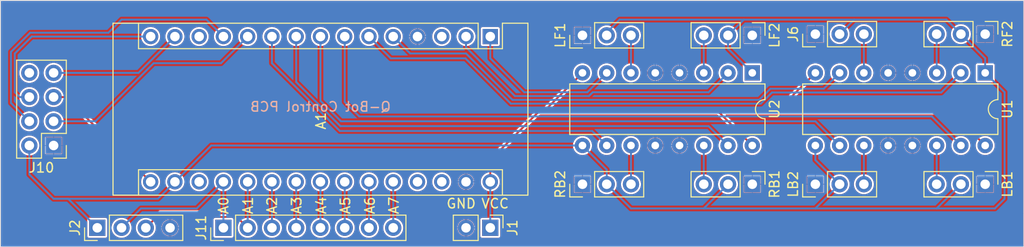
<source format=kicad_pcb>
(kicad_pcb (version 20171130) (host pcbnew "(5.1.6)-1")
  (layers (0 F.Cu signal) (31 B.Cu signal) (34 B.Paste user) (35 F.Paste user) (36 B.SilkS user) (37 F.SilkS user) (38 B.Mask user) (39 F.Mask user) (44 Edge.Cuts user))
  (net 0 "")
  (net 1 /M2)
  (net 2 /VIN)
  (net 3 /M1)
  (net 4 "Net-(A1-Pad18)")
  (net 5 "Net-(A1-Pad3)")
  (net 6 /GND)
  (net 7 /M3)
  (net 8 /M4)
  (net 9 /M5)
  (net 10 /M6)
  (net 11 /M7)
  (net 12 /M8)
  (net 13 /CE)
  (net 14 "Net-(A1-Pad27)")
  (net 15 /CSN)
  (net 16 "Net-(A1-Pad28)")
  (net 17 "Net-(A1-Pad13)")
  (net 18 /MISO)
  (net 19 /VCC)
  (net 20 /MOSI)
  (net 21 /SCK)
  (net 22 /IRQ)
  (net 23 /CM2)
  (net 24 /CM1)
  (net 25 /A0)
  (net 26 /A1)
  (net 27 /CM3)
  (net 28 /A2)
  (net 29 /CM4)
  (net 30 /A3)
  (net 31 /CM5)
  (net 32 /A4)
  (net 33 /CM6)
  (net 34 /A5)
  (net 35 /CM7)
  (net 36 /A6)
  (net 37 /CM8)
  (net 38 /A7)
  (module Module:Arduino_Nano (layer F.Cu) (at 78.8162 26.13152 270)
    (fp_text reference A1 (at 8.8392 17.73174 270) (layer F.SilkS))
    (fp_text value Arduino_Nano_v3.x)
    (fp_line (start 1.27 1.27) (end 1.27 -1.27) (layer F.SilkS) (width 0.12))
    (fp_line (start 1.27 -1.27) (end -1.4 -1.27) (layer F.SilkS) (width 0.12))
    (fp_line (start -1.4 1.27) (end -1.4 39.5) (layer F.SilkS) (width 0.12))
    (fp_line (start -1.4 -3.94) (end -1.4 -1.27) (layer F.SilkS) (width 0.12))
    (fp_line (start 13.97 -1.27) (end 16.64 -1.27) (layer F.SilkS) (width 0.12))
    (fp_line (start 13.97 -1.27) (end 13.97 36.83) (layer F.SilkS) (width 0.12))
    (fp_line (start 13.97 36.83) (end 16.64 36.83) (layer F.SilkS) (width 0.12))
    (fp_line (start 1.27 1.27) (end -1.4 1.27) (layer F.SilkS) (width 0.12))
    (fp_line (start 1.27 1.27) (end 1.27 36.83) (layer F.SilkS) (width 0.12))
    (fp_line (start 1.27 36.83) (end -1.4 36.83) (layer F.SilkS) (width 0.12))
    (fp_line (start -1.4 39.5) (end 16.64 39.5) (layer F.SilkS) (width 0.12))
    (fp_line (start 16.64 39.5) (end 16.64 -3.94) (layer F.SilkS) (width 0.12))
    (fp_line (start 16.64 -3.94) (end -1.4 -3.94) (layer F.SilkS) (width 0.12))
    (pad 16 thru_hole oval (at 15.24 35.56 270) (size 1.6 1.6) (drill 1) (layers *.Cu *.Mask) (net 21 /SCK))
    (pad 15 thru_hole oval (at 0 35.56 270) (size 1.6 1.6) (drill 1) (layers *.Cu *.Mask) (net 20 /MOSI))
    (pad 30 thru_hole oval (at 15.24 0 270) (size 1.6 1.6) (drill 1) (layers *.Cu *.Mask) (net 19 /VCC))
    (pad 14 thru_hole oval (at 0 33.02 270) (size 1.6 1.6) (drill 1) (layers *.Cu *.Mask) (net 18 /MISO))
    (pad 29 thru_hole oval (at 15.24 2.54 270) (size 1.6 1.6) (drill 1) (layers *.Cu *.Mask) (net 6 /GND))
    (pad 13 thru_hole oval (at 0 30.48 270) (size 1.6 1.6) (drill 1) (layers *.Cu *.Mask) (net 17 "Net-(A1-Pad13)"))
    (pad 28 thru_hole oval (at 15.24 5.08 270) (size 1.6 1.6) (drill 1) (layers *.Cu *.Mask) (net 16 "Net-(A1-Pad28)"))
    (pad 12 thru_hole oval (at 0 27.94 270) (size 1.6 1.6) (drill 1) (layers *.Cu *.Mask) (net 15 /CSN))
    (pad 27 thru_hole oval (at 15.24 7.62 270) (size 1.6 1.6) (drill 1) (layers *.Cu *.Mask) (net 14 "Net-(A1-Pad27)"))
    (pad 11 thru_hole oval (at 0 25.4 270) (size 1.6 1.6) (drill 1) (layers *.Cu *.Mask) (net 13 /CE))
    (pad 26 thru_hole oval (at 15.24 10.16 270) (size 1.6 1.6) (drill 1) (layers *.Cu *.Mask) (net 38 /A7))
    (pad 10 thru_hole oval (at 0 22.86 270) (size 1.6 1.6) (drill 1) (layers *.Cu *.Mask) (net 37 /CM8))
    (pad 25 thru_hole oval (at 15.24 12.7 270) (size 1.6 1.6) (drill 1) (layers *.Cu *.Mask) (net 36 /A6))
    (pad 9 thru_hole oval (at 0 20.32 270) (size 1.6 1.6) (drill 1) (layers *.Cu *.Mask) (net 35 /CM7))
    (pad 24 thru_hole oval (at 15.24 15.24 270) (size 1.6 1.6) (drill 1) (layers *.Cu *.Mask) (net 34 /A5))
    (pad 8 thru_hole oval (at 0 17.78 270) (size 1.6 1.6) (drill 1) (layers *.Cu *.Mask) (net 33 /CM6))
    (pad 23 thru_hole oval (at 15.24 17.78 270) (size 1.6 1.6) (drill 1) (layers *.Cu *.Mask) (net 32 /A4))
    (pad 7 thru_hole oval (at 0 15.24 270) (size 1.6 1.6) (drill 1) (layers *.Cu *.Mask) (net 31 /CM5))
    (pad 22 thru_hole oval (at 15.24 20.32 270) (size 1.6 1.6) (drill 1) (layers *.Cu *.Mask) (net 30 /A3))
    (pad 6 thru_hole oval (at 0 12.7 270) (size 1.6 1.6) (drill 1) (layers *.Cu *.Mask) (net 29 /CM4))
    (pad 21 thru_hole oval (at 15.24 22.86 270) (size 1.6 1.6) (drill 1) (layers *.Cu *.Mask) (net 28 /A2))
    (pad 5 thru_hole oval (at 0 10.16 270) (size 1.6 1.6) (drill 1) (layers *.Cu *.Mask) (net 27 /CM3))
    (pad 20 thru_hole oval (at 15.24 25.4 270) (size 1.6 1.6) (drill 1) (layers *.Cu *.Mask) (net 26 /A1))
    (pad 4 thru_hole oval (at 0 7.62 270) (size 1.6 1.6) (drill 1) (layers *.Cu *.Mask) (net 6 /GND))
    (pad 19 thru_hole oval (at 15.24 27.94 270) (size 1.6 1.6) (drill 1) (layers *.Cu *.Mask) (net 25 /A0))
    (pad 3 thru_hole oval (at 0 5.08 270) (size 1.6 1.6) (drill 1) (layers *.Cu *.Mask) (net 5 "Net-(A1-Pad3)"))
    (pad 18 thru_hole oval (at 15.24 30.48 270) (size 1.6 1.6) (drill 1) (layers *.Cu *.Mask) (net 4 "Net-(A1-Pad18)"))
    (pad 2 thru_hole oval (at 0 2.54 270) (size 1.6 1.6) (drill 1) (layers *.Cu *.Mask) (net 23 /CM2))
    (pad 17 thru_hole oval (at 15.24 33.02 270) (size 1.6 1.6) (drill 1) (layers *.Cu *.Mask) (net 2 /VIN))
    (pad 1 thru_hole rect (at 0 0 270) (size 1.6 1.6) (drill 1) (layers *.Cu *.Mask) (net 24 /CM1))
  )
  (module Connector_PinHeader_2.54mm:PinHeader_1x02_P2.54mm_Vertical (layer F.Cu) (at 78.8162 46.19752 270)
    (fp_text reference J1 (at 0 -2.33 90) (layer F.SilkS))
    (fp_text value Conn_01x02_Female)
    (fp_line (start -1.33 3.87) (end 1.33 3.87) (layer F.SilkS) (width 0.12))
    (fp_line (start -1.33 1.27) (end -1.33 3.87) (layer F.SilkS) (width 0.12))
    (fp_line (start 1.33 1.27) (end 1.33 3.87) (layer F.SilkS) (width 0.12))
    (fp_line (start -1.33 1.27) (end 1.33 1.27) (layer F.SilkS) (width 0.12))
    (fp_line (start -1.33 0) (end -1.33 -1.33) (layer F.SilkS) (width 0.12))
    (fp_line (start -1.33 -1.33) (end 0 -1.33) (layer F.SilkS) (width 0.12))
    (pad 2 thru_hole oval (at 0 2.54 270) (size 1.7 1.7) (drill 1) (layers *.Cu *.Mask) (net 6 /GND))
    (pad 1 thru_hole rect (at 0 0 270) (size 1.7 1.7) (drill 1) (layers *.Cu *.Mask) (net 19 /VCC))
  )
  (module Connector_PinHeader_2.54mm:PinHeader_1x03_P2.54mm_Vertical (layer F.Cu) (at 88.4682 26.00452 90)
    (fp_text reference LF1 (at 0 -2.33 90) (layer F.SilkS))
    (fp_text value L_F_M1)
    (fp_line (start -1.33 6.41) (end 1.33 6.41) (layer F.SilkS) (width 0.12))
    (fp_line (start -1.33 1.27) (end -1.33 6.41) (layer F.SilkS) (width 0.12))
    (fp_line (start 1.33 1.27) (end 1.33 6.41) (layer F.SilkS) (width 0.12))
    (fp_line (start -1.33 1.27) (end 1.33 1.27) (layer F.SilkS) (width 0.12))
    (fp_line (start -1.33 0) (end -1.33 -1.33) (layer F.SilkS) (width 0.12))
    (fp_line (start -1.33 -1.33) (end 0 -1.33) (layer F.SilkS) (width 0.12))
    (pad 3 thru_hole oval (at 0 5.08 90) (size 1.7 1.7) (drill 1) (layers *.Cu *.Mask) (net 3 /M1))
    (pad 2 thru_hole oval (at 0 2.54 90) (size 1.7 1.7) (drill 1) (layers *.Cu *.Mask) (net 2 /VIN))
    (pad 1 thru_hole rect (at 0 0 90) (size 1.7 1.7) (drill 1) (layers *.Cu *.Mask) (net 6 /GND))
  )
  (module Connector_PinHeader_2.54mm:PinHeader_1x03_P2.54mm_Vertical (layer F.Cu) (at 106.2482 26.00452 270)
    (fp_text reference LF2 (at 0 -2.33 90) (layer F.SilkS))
    (fp_text value L_F_M2)
    (fp_line (start -1.33 6.41) (end 1.33 6.41) (layer F.SilkS) (width 0.12))
    (fp_line (start -1.33 1.27) (end -1.33 6.41) (layer F.SilkS) (width 0.12))
    (fp_line (start 1.33 1.27) (end 1.33 6.41) (layer F.SilkS) (width 0.12))
    (fp_line (start -1.33 1.27) (end 1.33 1.27) (layer F.SilkS) (width 0.12))
    (fp_line (start -1.33 0) (end -1.33 -1.33) (layer F.SilkS) (width 0.12))
    (fp_line (start -1.33 -1.33) (end 0 -1.33) (layer F.SilkS) (width 0.12))
    (pad 3 thru_hole oval (at 0 5.08 270) (size 1.7 1.7) (drill 1) (layers *.Cu *.Mask) (net 1 /M2))
    (pad 2 thru_hole oval (at 0 2.54 270) (size 1.7 1.7) (drill 1) (layers *.Cu *.Mask) (net 2 /VIN))
    (pad 1 thru_hole rect (at 0 0 270) (size 1.7 1.7) (drill 1) (layers *.Cu *.Mask) (net 6 /GND))
  )
  (module Connector_PinHeader_2.54mm:PinHeader_1x03_P2.54mm_Vertical (layer F.Cu) (at 130.6322 41.62552 270)
    (fp_text reference LB1 (at 0 -2.33 90) (layer F.SilkS))
    (fp_text value L_B_M1)
    (fp_line (start -1.33 6.41) (end 1.33 6.41) (layer F.SilkS) (width 0.12))
    (fp_line (start -1.33 1.27) (end -1.33 6.41) (layer F.SilkS) (width 0.12))
    (fp_line (start 1.33 1.27) (end 1.33 6.41) (layer F.SilkS) (width 0.12))
    (fp_line (start -1.33 1.27) (end 1.33 1.27) (layer F.SilkS) (width 0.12))
    (fp_line (start -1.33 0) (end -1.33 -1.33) (layer F.SilkS) (width 0.12))
    (fp_line (start -1.33 -1.33) (end 0 -1.33) (layer F.SilkS) (width 0.12))
    (pad 3 thru_hole oval (at 0 5.08 270) (size 1.7 1.7) (drill 1) (layers *.Cu *.Mask) (net 9 /M5))
    (pad 2 thru_hole oval (at 0 2.54 270) (size 1.7 1.7) (drill 1) (layers *.Cu *.Mask) (net 2 /VIN))
    (pad 1 thru_hole rect (at 0 0 270) (size 1.7 1.7) (drill 1) (layers *.Cu *.Mask) (net 6 /GND))
  )
  (module Connector_PinHeader_2.54mm:PinHeader_1x03_P2.54mm_Vertical (layer F.Cu) (at 112.8522 41.62552 90)
    (fp_text reference LB2 (at 0 -2.33 90) (layer F.SilkS))
    (fp_text value L_B_M2)
    (fp_line (start -1.33 6.41) (end 1.33 6.41) (layer F.SilkS) (width 0.12))
    (fp_line (start -1.33 1.27) (end -1.33 6.41) (layer F.SilkS) (width 0.12))
    (fp_line (start 1.33 1.27) (end 1.33 6.41) (layer F.SilkS) (width 0.12))
    (fp_line (start -1.33 1.27) (end 1.33 1.27) (layer F.SilkS) (width 0.12))
    (fp_line (start -1.33 0) (end -1.33 -1.33) (layer F.SilkS) (width 0.12))
    (fp_line (start -1.33 -1.33) (end 0 -1.33) (layer F.SilkS) (width 0.12))
    (pad 3 thru_hole oval (at 0 5.08 90) (size 1.7 1.7) (drill 1) (layers *.Cu *.Mask) (net 10 /M6))
    (pad 2 thru_hole oval (at 0 2.54 90) (size 1.7 1.7) (drill 1) (layers *.Cu *.Mask) (net 2 /VIN))
    (pad 1 thru_hole rect (at 0 0 90) (size 1.7 1.7) (drill 1) (layers *.Cu *.Mask) (net 6 /GND))
  )
  (module Connector_PinHeader_2.54mm:PinHeader_1x03_P2.54mm_Vertical (layer F.Cu) (at 112.8522 25.87752 90)
    (fp_text reference J6 (at 0 -2.33 90) (layer F.SilkS))
    (fp_text value RF1)
    (fp_line (start -1.33 6.41) (end 1.33 6.41) (layer F.SilkS) (width 0.12))
    (fp_line (start -1.33 1.27) (end -1.33 6.41) (layer F.SilkS) (width 0.12))
    (fp_line (start 1.33 1.27) (end 1.33 6.41) (layer F.SilkS) (width 0.12))
    (fp_line (start -1.33 1.27) (end 1.33 1.27) (layer F.SilkS) (width 0.12))
    (fp_line (start -1.33 0) (end -1.33 -1.33) (layer F.SilkS) (width 0.12))
    (fp_line (start -1.33 -1.33) (end 0 -1.33) (layer F.SilkS) (width 0.12))
    (pad 3 thru_hole oval (at 0 5.08 90) (size 1.7 1.7) (drill 1) (layers *.Cu *.Mask) (net 7 /M3))
    (pad 2 thru_hole oval (at 0 2.54 90) (size 1.7 1.7) (drill 1) (layers *.Cu *.Mask) (net 2 /VIN))
    (pad 1 thru_hole rect (at 0 0 90) (size 1.7 1.7) (drill 1) (layers *.Cu *.Mask) (net 6 /GND))
  )
  (module Connector_PinHeader_2.54mm:PinHeader_1x03_P2.54mm_Vertical (layer F.Cu) (at 130.6322 25.87752 270)
    (fp_text reference RF2 (at 0 -2.33 90) (layer F.SilkS))
    (fp_text value R_F_M2)
    (fp_line (start -1.33 6.41) (end 1.33 6.41) (layer F.SilkS) (width 0.12))
    (fp_line (start -1.33 1.27) (end -1.33 6.41) (layer F.SilkS) (width 0.12))
    (fp_line (start 1.33 1.27) (end 1.33 6.41) (layer F.SilkS) (width 0.12))
    (fp_line (start -1.33 1.27) (end 1.33 1.27) (layer F.SilkS) (width 0.12))
    (fp_line (start -1.33 0) (end -1.33 -1.33) (layer F.SilkS) (width 0.12))
    (fp_line (start -1.33 -1.33) (end 0 -1.33) (layer F.SilkS) (width 0.12))
    (pad 3 thru_hole oval (at 0 5.08 270) (size 1.7 1.7) (drill 1) (layers *.Cu *.Mask) (net 8 /M4))
    (pad 2 thru_hole oval (at 0 2.54 270) (size 1.7 1.7) (drill 1) (layers *.Cu *.Mask) (net 2 /VIN))
    (pad 1 thru_hole rect (at 0 0 270) (size 1.7 1.7) (drill 1) (layers *.Cu *.Mask) (net 6 /GND))
  )
  (module Connector_PinHeader_2.54mm:PinHeader_1x03_P2.54mm_Vertical (layer F.Cu) (at 106.2482 41.62552 270)
    (fp_text reference RB1 (at 0 -2.33 270) (layer F.SilkS))
    (fp_text value R_B_M1)
    (fp_line (start -1.33 6.41) (end 1.33 6.41) (layer F.SilkS) (width 0.12))
    (fp_line (start -1.33 1.27) (end -1.33 6.41) (layer F.SilkS) (width 0.12))
    (fp_line (start 1.33 1.27) (end 1.33 6.41) (layer F.SilkS) (width 0.12))
    (fp_line (start -1.33 1.27) (end 1.33 1.27) (layer F.SilkS) (width 0.12))
    (fp_line (start -1.33 0) (end -1.33 -1.33) (layer F.SilkS) (width 0.12))
    (fp_line (start -1.33 -1.33) (end 0 -1.33) (layer F.SilkS) (width 0.12))
    (pad 3 thru_hole oval (at 0 5.08 270) (size 1.7 1.7) (drill 1) (layers *.Cu *.Mask) (net 11 /M7))
    (pad 2 thru_hole oval (at 0 2.54 270) (size 1.7 1.7) (drill 1) (layers *.Cu *.Mask) (net 2 /VIN))
    (pad 1 thru_hole rect (at 0 0 270) (size 1.7 1.7) (drill 1) (layers *.Cu *.Mask) (net 6 /GND))
  )
  (module Connector_PinHeader_2.54mm:PinHeader_1x03_P2.54mm_Vertical (layer F.Cu) (at 88.4682 41.62552 90)
    (fp_text reference RB2 (at 0 -2.33 90) (layer F.SilkS))
    (fp_text value R_B_M2)
    (fp_line (start -1.33 6.41) (end 1.33 6.41) (layer F.SilkS) (width 0.12))
    (fp_line (start -1.33 1.27) (end -1.33 6.41) (layer F.SilkS) (width 0.12))
    (fp_line (start 1.33 1.27) (end 1.33 6.41) (layer F.SilkS) (width 0.12))
    (fp_line (start -1.33 1.27) (end 1.33 1.27) (layer F.SilkS) (width 0.12))
    (fp_line (start -1.33 0) (end -1.33 -1.33) (layer F.SilkS) (width 0.12))
    (fp_line (start -1.33 -1.33) (end 0 -1.33) (layer F.SilkS) (width 0.12))
    (pad 3 thru_hole oval (at 0 5.08 90) (size 1.7 1.7) (drill 1) (layers *.Cu *.Mask) (net 12 /M8))
    (pad 2 thru_hole oval (at 0 2.54 90) (size 1.7 1.7) (drill 1) (layers *.Cu *.Mask) (net 2 /VIN))
    (pad 1 thru_hole rect (at 0 0 90) (size 1.7 1.7) (drill 1) (layers *.Cu *.Mask) (net 6 /GND))
  )
  (module Connector_PinHeader_2.54mm:PinHeader_1x08_P2.54mm_Vertical (layer F.Cu) (at 50.8762 46.19752 90)
    (fp_text reference J11 (at 0 -2.33 90) (layer F.SilkS))
    (fp_text value Conn_01x08_Female)
    (fp_line (start -1.33 19.11) (end 1.33 19.11) (layer F.SilkS) (width 0.12))
    (fp_line (start -1.33 1.27) (end -1.33 19.11) (layer F.SilkS) (width 0.12))
    (fp_line (start 1.33 1.27) (end 1.33 19.11) (layer F.SilkS) (width 0.12))
    (fp_line (start -1.33 1.27) (end 1.33 1.27) (layer F.SilkS) (width 0.12))
    (fp_line (start -1.33 0) (end -1.33 -1.33) (layer F.SilkS) (width 0.12))
    (fp_line (start -1.33 -1.33) (end 0 -1.33) (layer F.SilkS) (width 0.12))
    (pad 8 thru_hole oval (at 0 17.78 90) (size 1.7 1.7) (drill 1) (layers *.Cu *.Mask) (net 38 /A7))
    (pad 7 thru_hole oval (at 0 15.24 90) (size 1.7 1.7) (drill 1) (layers *.Cu *.Mask) (net 36 /A6))
    (pad 6 thru_hole oval (at 0 12.7 90) (size 1.7 1.7) (drill 1) (layers *.Cu *.Mask) (net 34 /A5))
    (pad 5 thru_hole oval (at 0 10.16 90) (size 1.7 1.7) (drill 1) (layers *.Cu *.Mask) (net 32 /A4))
    (pad 4 thru_hole oval (at 0 7.62 90) (size 1.7 1.7) (drill 1) (layers *.Cu *.Mask) (net 30 /A3))
    (pad 3 thru_hole oval (at 0 5.08 90) (size 1.7 1.7) (drill 1) (layers *.Cu *.Mask) (net 28 /A2))
    (pad 2 thru_hole oval (at 0 2.54 90) (size 1.7 1.7) (drill 1) (layers *.Cu *.Mask) (net 26 /A1))
    (pad 1 thru_hole rect (at 0 0 90) (size 1.7 1.7) (drill 1) (layers *.Cu *.Mask) (net 25 /A0))
  )
  (module Package_DIP:DIP-16_W7.62mm (layer F.Cu) (at 130.6322 29.94152 270)
    (fp_text reference U1 (at 3.81 -2.33 90) (layer F.SilkS))
    (fp_text value L293D)
    (fp_line (start 2.81 -1.33) (end 1.16 -1.33) (layer F.SilkS) (width 0.12))
    (fp_line (start 1.16 -1.33) (end 1.16 19.11) (layer F.SilkS) (width 0.12))
    (fp_line (start 1.16 19.11) (end 6.46 19.11) (layer F.SilkS) (width 0.12))
    (fp_line (start 6.46 19.11) (end 6.46 -1.33) (layer F.SilkS) (width 0.12))
    (fp_line (start 6.46 -1.33) (end 4.81 -1.33) (layer F.SilkS) (width 0.12))
    (fp_arc (start 3.81 -1.33) (end 2.81 -1.33) (angle -180) (layer F.SilkS) (width 0.12))
    (pad 16 thru_hole oval (at 7.62 0 270) (size 1.6 1.6) (drill 0.8) (layers *.Cu *.Mask) (net 19 /VCC))
    (pad 8 thru_hole oval (at 0 17.78 270) (size 1.6 1.6) (drill 0.8) (layers *.Cu *.Mask) (net 19 /VCC))
    (pad 15 thru_hole oval (at 7.62 2.54 270) (size 1.6 1.6) (drill 0.8) (layers *.Cu *.Mask) (net 31 /CM5))
    (pad 7 thru_hole oval (at 0 15.24 270) (size 1.6 1.6) (drill 0.8) (layers *.Cu *.Mask) (net 27 /CM3))
    (pad 14 thru_hole oval (at 7.62 5.08 270) (size 1.6 1.6) (drill 0.8) (layers *.Cu *.Mask) (net 9 /M5))
    (pad 6 thru_hole oval (at 0 12.7 270) (size 1.6 1.6) (drill 0.8) (layers *.Cu *.Mask) (net 7 /M3))
    (pad 13 thru_hole oval (at 7.62 7.62 270) (size 1.6 1.6) (drill 0.8) (layers *.Cu *.Mask) (net 6 /GND))
    (pad 5 thru_hole oval (at 0 10.16 270) (size 1.6 1.6) (drill 0.8) (layers *.Cu *.Mask) (net 6 /GND))
    (pad 12 thru_hole oval (at 7.62 10.16 270) (size 1.6 1.6) (drill 0.8) (layers *.Cu *.Mask) (net 6 /GND))
    (pad 4 thru_hole oval (at 0 7.62 270) (size 1.6 1.6) (drill 0.8) (layers *.Cu *.Mask) (net 6 /GND))
    (pad 11 thru_hole oval (at 7.62 12.7 270) (size 1.6 1.6) (drill 0.8) (layers *.Cu *.Mask) (net 10 /M6))
    (pad 3 thru_hole oval (at 0 5.08 270) (size 1.6 1.6) (drill 0.8) (layers *.Cu *.Mask) (net 8 /M4))
    (pad 10 thru_hole oval (at 7.62 15.24 270) (size 1.6 1.6) (drill 0.8) (layers *.Cu *.Mask) (net 33 /CM6))
    (pad 2 thru_hole oval (at 0 2.54 270) (size 1.6 1.6) (drill 0.8) (layers *.Cu *.Mask) (net 29 /CM4))
    (pad 9 thru_hole oval (at 7.62 17.78 270) (size 1.6 1.6) (drill 0.8) (layers *.Cu *.Mask) (net 2 /VIN))
    (pad 1 thru_hole rect (at 0 0 270) (size 1.6 1.6) (drill 0.8) (layers *.Cu *.Mask) (net 2 /VIN))
  )
  (module Package_DIP:DIP-16_W7.62mm (layer F.Cu) (at 106.2482 29.94152 270)
    (fp_text reference U2 (at 3.81 -2.33 90) (layer F.SilkS))
    (fp_text value L293D)
    (fp_line (start 2.81 -1.33) (end 1.16 -1.33) (layer F.SilkS) (width 0.12))
    (fp_line (start 1.16 -1.33) (end 1.16 19.11) (layer F.SilkS) (width 0.12))
    (fp_line (start 1.16 19.11) (end 6.46 19.11) (layer F.SilkS) (width 0.12))
    (fp_line (start 6.46 19.11) (end 6.46 -1.33) (layer F.SilkS) (width 0.12))
    (fp_line (start 6.46 -1.33) (end 4.81 -1.33) (layer F.SilkS) (width 0.12))
    (fp_arc (start 3.81 -1.33) (end 2.81 -1.33) (angle -180) (layer F.SilkS) (width 0.12))
    (pad 16 thru_hole oval (at 7.62 0 270) (size 1.6 1.6) (drill 0.8) (layers *.Cu *.Mask) (net 19 /VCC))
    (pad 8 thru_hole oval (at 0 17.78 270) (size 1.6 1.6) (drill 0.8) (layers *.Cu *.Mask) (net 19 /VCC))
    (pad 15 thru_hole oval (at 7.62 2.54 270) (size 1.6 1.6) (drill 0.8) (layers *.Cu *.Mask) (net 35 /CM7))
    (pad 7 thru_hole oval (at 0 15.24 270) (size 1.6 1.6) (drill 0.8) (layers *.Cu *.Mask) (net 24 /CM1))
    (pad 14 thru_hole oval (at 7.62 5.08 270) (size 1.6 1.6) (drill 0.8) (layers *.Cu *.Mask) (net 11 /M7))
    (pad 6 thru_hole oval (at 0 12.7 270) (size 1.6 1.6) (drill 0.8) (layers *.Cu *.Mask) (net 3 /M1))
    (pad 13 thru_hole oval (at 7.62 7.62 270) (size 1.6 1.6) (drill 0.8) (layers *.Cu *.Mask) (net 6 /GND))
    (pad 5 thru_hole oval (at 0 10.16 270) (size 1.6 1.6) (drill 0.8) (layers *.Cu *.Mask) (net 6 /GND))
    (pad 12 thru_hole oval (at 7.62 10.16 270) (size 1.6 1.6) (drill 0.8) (layers *.Cu *.Mask) (net 6 /GND))
    (pad 4 thru_hole oval (at 0 7.62 270) (size 1.6 1.6) (drill 0.8) (layers *.Cu *.Mask) (net 6 /GND))
    (pad 11 thru_hole oval (at 7.62 12.7 270) (size 1.6 1.6) (drill 0.8) (layers *.Cu *.Mask) (net 12 /M8))
    (pad 3 thru_hole oval (at 0 5.08 270) (size 1.6 1.6) (drill 0.8) (layers *.Cu *.Mask) (net 1 /M2))
    (pad 10 thru_hole oval (at 7.62 15.24 270) (size 1.6 1.6) (drill 0.8) (layers *.Cu *.Mask) (net 37 /CM8))
    (pad 2 thru_hole oval (at 0 2.54 270) (size 1.6 1.6) (drill 0.8) (layers *.Cu *.Mask) (net 23 /CM2))
    (pad 9 thru_hole oval (at 7.62 17.78 270) (size 1.6 1.6) (drill 0.8) (layers *.Cu *.Mask) (net 2 /VIN))
    (pad 1 thru_hole rect (at 0 0 270) (size 1.6 1.6) (drill 0.8) (layers *.Cu *.Mask) (net 2 /VIN))
  )
  (module Connector_PinHeader_2.54mm:PinHeader_2x04_P2.54mm_Vertical (layer F.Cu) (at 33.0962 37.56152 180)
    (fp_text reference J10 (at 1.27 -2.33) (layer F.SilkS))
    (fp_text value PWR_IN)
    (fp_line (start -1.33 8.95) (end 3.87 8.95) (layer F.SilkS) (width 0.12))
    (fp_line (start -1.33 1.27) (end -1.33 8.95) (layer F.SilkS) (width 0.12))
    (fp_line (start 3.87 -1.33) (end 3.87 8.95) (layer F.SilkS) (width 0.12))
    (fp_line (start -1.33 1.27) (end 1.27 1.27) (layer F.SilkS) (width 0.12))
    (fp_line (start 1.27 1.27) (end 1.27 -1.33) (layer F.SilkS) (width 0.12))
    (fp_line (start 1.27 -1.33) (end 3.87 -1.33) (layer F.SilkS) (width 0.12))
    (fp_line (start -1.33 0) (end -1.33 -1.33) (layer F.SilkS) (width 0.12))
    (fp_line (start -1.33 -1.33) (end 0 -1.33) (layer F.SilkS) (width 0.12))
    (pad 8 thru_hole oval (at 2.54 7.62 180) (size 1.7 1.7) (drill 1) (layers *.Cu *.Mask) (net 22 /IRQ))
    (pad 7 thru_hole oval (at 0 7.62 180) (size 1.7 1.7) (drill 1) (layers *.Cu *.Mask) (net 18 /MISO))
    (pad 6 thru_hole oval (at 2.54 5.08 180) (size 1.7 1.7) (drill 1) (layers *.Cu *.Mask) (net 20 /MOSI))
    (pad 5 thru_hole oval (at 0 5.08 180) (size 1.7 1.7) (drill 1) (layers *.Cu *.Mask) (net 21 /SCK))
    (pad 4 thru_hole oval (at 2.54 2.54 180) (size 1.7 1.7) (drill 1) (layers *.Cu *.Mask) (net 15 /CSN))
    (pad 3 thru_hole oval (at 0 2.54 180) (size 1.7 1.7) (drill 1) (layers *.Cu *.Mask) (net 13 /CE))
    (pad 2 thru_hole oval (at 2.54 0 180) (size 1.7 1.7) (drill 1) (layers *.Cu *.Mask) (net 2 /VIN))
    (pad 1 thru_hole rect (at 0 0 180) (size 1.7 1.7) (drill 1) (layers *.Cu *.Mask) (net 6 /GND))
  )
  (module Connector_PinHeader_2.54mm:PinHeader_1x04_P2.54mm_Vertical (layer F.Cu) (at 37.6682 46.19752 90)
    (fp_text reference J2 (at 0 -2.33 90) (layer F.SilkS))
    (fp_text value Conn_01x04_Female)
    (fp_line (start -1.33 -1.33) (end 0 -1.33) (layer F.SilkS) (width 0.12))
    (fp_line (start -1.33 0) (end -1.33 -1.33) (layer F.SilkS) (width 0.12))
    (fp_line (start -1.33 1.27) (end 1.33 1.27) (layer F.SilkS) (width 0.12))
    (fp_line (start 1.33 1.27) (end 1.33 8.95) (layer F.SilkS) (width 0.12))
    (fp_line (start -1.33 1.27) (end -1.33 8.95) (layer F.SilkS) (width 0.12))
    (fp_line (start -1.33 8.95) (end 1.33 8.95) (layer F.SilkS) (width 0.12))
    (pad 1 thru_hole rect (at 0 0 90) (size 1.7 1.7) (drill 1) (layers *.Cu *.Mask) (net 2 /VIN))
    (pad 2 thru_hole oval (at 0 2.54 90) (size 1.7 1.7) (drill 1) (layers *.Cu *.Mask) (net 25 /A0))
    (pad 3 thru_hole oval (at 0 5.08 90) (size 1.7 1.7) (drill 1) (layers *.Cu *.Mask) (net 26 /A1))
    (pad 4 thru_hole oval (at 0 7.62 90) (size 1.7 1.7) (drill 1) (layers *.Cu *.Mask) (net 6 /GND))
  )
  (gr_line (start 27.5082 48.22952) (end 27.5082 22.32152) (layer Edge.Cuts) (width 0.05))
  (gr_line (start 134.6962 48.22952) (end 27.5082 48.22952) (layer Edge.Cuts) (width 0.05))
  (gr_line (start 134.6962 44.67352) (end 134.6962 48.22952) (layer Edge.Cuts) (width 0.05))
  (gr_line (start 134.6962 22.32152) (end 134.6962 44.67352) (layer Edge.Cuts) (width 0.05))
  (gr_line (start 27.5082 22.32152) (end 134.6962 22.32152) (layer Edge.Cuts) (width 0.05))
  (gr_text GND (at 75.7682 43.65752) (layer F.SilkS) (effects (font (size 1 1))))
  (gr_text VCC (at 79.3242 43.65752) (layer F.SilkS) (effects (font (size 1 1))))
  (gr_text A7 (at 68.72478 43.84802 90) (layer F.SilkS) (effects (font (size 1 1))))
  (gr_text A6 (at 66.20764 43.84802 90) (layer F.SilkS) (effects (font (size 1 1))))
  (gr_text A5 (at 63.64224 43.84802 90) (layer F.SilkS) (effects (font (size 1 1))))
  (gr_text A4 (at 61.1251 43.84802 90) (layer F.SilkS) (effects (font (size 1 1))))
  (gr_text A3 (at 58.53684 43.84802 90) (layer F.SilkS) (effects (font (size 1 1))))
  (gr_text A2 (at 55.97144 43.84802 90) (layer F.SilkS) (effects (font (size 1 1))))
  (gr_text A1 (at 53.4543 43.84802 90) (layer F.SilkS) (effects (font (size 1 1))))
  (gr_text A0 (at 50.8889 43.84802 90) (layer F.SilkS) (effects (font (size 1 1))))
  (gr_text "Q-Bot Control PCB" (at 61.0362 33.49752) (layer B.SilkS) (effects (font (size 1 1)) (justify mirror)))
  (segment (start 101.1682 26.00452) (end 101.1682 29.94152) (width 0.2) (layer B.Cu) (net 1))
  (segment (start 115.3922 25.87752) (end 116.9162 24.35352) (width 0.2) (layer B.Cu) (net 2))
  (segment (start 126.5682 24.35352) (end 128.0922 25.87752) (width 0.2) (layer B.Cu) (net 2))
  (segment (start 116.9162 24.35352) (end 126.5682 24.35352) (width 0.2) (layer B.Cu) (net 2))
  (segment (start 105.3592 24.35352) (end 103.7082 26.00452) (width 0.2) (layer B.Cu) (net 2))
  (segment (start 116.9162 24.35352) (end 105.3592 24.35352) (width 0.2) (layer B.Cu) (net 2))
  (segment (start 91.0082 25.704522) (end 91.0082 26.00452) (width 0.2) (layer B.Cu) (net 2))
  (segment (start 92.359202 24.35352) (end 91.0082 25.704522) (width 0.2) (layer B.Cu) (net 2))
  (segment (start 105.3592 24.35352) (end 92.359202 24.35352) (width 0.2) (layer B.Cu) (net 2))
  (segment (start 88.4682 37.56152) (end 91.0082 40.10152) (width 0.2) (layer B.Cu) (net 2))
  (segment (start 91.0082 40.10152) (end 91.0082 41.62552) (width 0.2) (layer B.Cu) (net 2))
  (segment (start 91.0082 41.62552) (end 93.5482 44.16552) (width 0.2) (layer B.Cu) (net 2))
  (segment (start 101.1682 44.16552) (end 103.7082 41.62552) (width 0.2) (layer B.Cu) (net 2))
  (segment (start 93.5482 44.16552) (end 101.1682 44.16552) (width 0.2) (layer B.Cu) (net 2))
  (segment (start 112.8522 44.16552) (end 115.3922 41.62552) (width 0.2) (layer B.Cu) (net 2))
  (segment (start 101.1682 44.16552) (end 112.8522 44.16552) (width 0.2) (layer B.Cu) (net 2))
  (segment (start 125.5522 44.16552) (end 128.0922 41.62552) (width 0.2) (layer B.Cu) (net 2))
  (segment (start 112.8522 44.16552) (end 125.5522 44.16552) (width 0.2) (layer B.Cu) (net 2))
  (segment (start 125.5522 44.16552) (end 131.6482 44.16552) (width 0.2) (layer B.Cu) (net 2))
  (segment (start 131.6482 44.16552) (end 132.6642 43.14952) (width 0.2) (layer B.Cu) (net 2))
  (segment (start 132.6642 31.97352) (end 130.6322 29.94152) (width 0.2) (layer B.Cu) (net 2))
  (segment (start 132.6642 43.14952) (end 132.6642 31.97352) (width 0.2) (layer B.Cu) (net 2))
  (segment (start 130.6322 28.41752) (end 128.0922 25.87752) (width 0.2) (layer B.Cu) (net 2))
  (segment (start 130.6322 29.94152) (end 130.6322 28.41752) (width 0.2) (layer B.Cu) (net 2))
  (segment (start 49.6062 37.56152) (end 88.4682 37.56152) (width 0.2) (layer B.Cu) (net 2))
  (segment (start 45.7962 41.37152) (end 49.6062 37.56152) (width 0.2) (layer B.Cu) (net 2))
  (segment (start 112.8522 39.08552) (end 115.3922 41.62552) (width 0.2) (layer B.Cu) (net 2))
  (segment (start 112.8522 37.56152) (end 112.8522 39.08552) (width 0.2) (layer B.Cu) (net 2))
  (segment (start 103.7082 27.40152) (end 106.2482 29.94152) (width 0.2) (layer B.Cu) (net 2))
  (segment (start 103.7082 26.00452) (end 103.7082 27.40152) (width 0.2) (layer B.Cu) (net 2))
  (segment (start 44.0182 43.14952) (end 45.7962 41.37152) (width 0.2) (layer B.Cu) (net 2))
  (segment (start 33.0962 43.14952) (end 44.0182 43.14952) (width 0.2) (layer B.Cu) (net 2))
  (segment (start 30.5562 37.56152) (end 30.5562 40.60952) (width 0.2) (layer B.Cu) (net 2))
  (segment (start 30.5562 40.60952) (end 33.0962 43.14952) (width 0.2) (layer B.Cu) (net 2))
  (segment (start 34.6202 43.14952) (end 37.6682 46.19752) (width 0.2) (layer B.Cu) (net 2))
  (segment (start 33.0962 43.14952) (end 34.6202 43.14952) (width 0.2) (layer B.Cu) (net 2))
  (segment (start 93.5482 26.00452) (end 93.5482 29.94152) (width 0.2) (layer B.Cu) (net 3))
  (segment (start 117.6782 29.93452) (end 117.6852 29.94152) (width 0.2032) (layer B.Cu) (net 7))
  (segment (start 117.9322 25.87752) (end 117.9322 29.94152) (width 0.2) (layer B.Cu) (net 7))
  (segment (start 125.2982 29.93452) (end 125.3052 29.94152) (width 0.2032) (layer B.Cu) (net 8))
  (segment (start 125.5522 25.87752) (end 125.5522 29.94152) (width 0.2) (layer B.Cu) (net 8))
  (segment (start 125.5522 37.56152) (end 125.5522 41.62552) (width 0.2) (layer B.Cu) (net 9))
  (segment (start 117.6852 41.62052) (end 117.6902 41.62552) (width 0.2032) (layer B.Cu) (net 10))
  (segment (start 117.9322 37.56152) (end 117.9322 41.62552) (width 0.2) (layer B.Cu) (net 10))
  (segment (start 101.1682 37.56152) (end 101.1682 41.62552) (width 0.2) (layer B.Cu) (net 11))
  (segment (start 93.5482 37.56152) (end 93.5482 41.62552) (width 0.2) (layer B.Cu) (net 12))
  (segment (start 33.0962 35.02152) (end 37.474162 35.02152) (width 0.2) (layer B.Cu) (net 13))
  (segment (start 37.474162 35.02152) (end 43.570162 28.92552) (width 0.2) (layer B.Cu) (net 13))
  (segment (start 50.6222 28.92552) (end 53.4162 26.13152) (width 0.2) (layer B.Cu) (net 13))
  (segment (start 43.570162 28.92552) (end 50.6222 28.92552) (width 0.2) (layer B.Cu) (net 13))
  (segment (start 30.5562 35.02152) (end 28.63059 33.09591) (width 0.2) (layer B.Cu) (net 15))
  (segment (start 28.630591 27.743167) (end 30.643848 25.72991) (width 0.2) (layer B.Cu) (net 15))
  (segment (start 28.63059 33.09591) (end 28.630591 27.743167) (width 0.2) (layer B.Cu) (net 15))
  (segment (start 30.643848 25.72991) (end 38.83181 25.72991) (width 0.2) (layer B.Cu) (net 15))
  (segment (start 38.83181 25.72991) (end 40.2082 24.35352) (width 0.2) (layer B.Cu) (net 15))
  (segment (start 49.0982 24.35352) (end 50.8762 26.13152) (width 0.2) (layer B.Cu) (net 15))
  (segment (start 40.2082 24.35352) (end 49.0982 24.35352) (width 0.2) (layer B.Cu) (net 15))
  (segment (start 41.9862 29.94152) (end 45.7962 26.13152) (width 0.2032) (layer B.Cu) (net 18))
  (segment (start 33.0962 29.94152) (end 41.9862 29.94152) (width 0.2032) (layer B.Cu) (net 18))
  (segment (start 78.8162 41.37152) (end 78.8162 46.19752) (width 0.2032) (layer B.Cu) (net 19))
  (segment (start 127.0762 34.00552) (end 130.6322 37.56152) (width 0.2) (layer F.Cu) (net 19))
  (segment (start 108.7882 34.00552) (end 127.0762 34.00552) (width 0.2) (layer F.Cu) (net 19))
  (segment (start 108.7882 34.00552) (end 112.8522 29.94152) (width 0.2) (layer F.Cu) (net 19))
  (segment (start 102.6922 34.00552) (end 106.2482 37.56152) (width 0.2) (layer F.Cu) (net 19))
  (segment (start 102.6922 34.00552) (end 108.7882 34.00552) (width 0.2) (layer F.Cu) (net 19))
  (segment (start 88.4682 29.94152) (end 84.4042 34.00552) (width 0.2) (layer F.Cu) (net 19))
  (segment (start 83.8962 34.00552) (end 102.6922 34.00552) (width 0.2) (layer F.Cu) (net 19))
  (segment (start 84.4042 34.00552) (end 83.8962 34.00552) (width 0.2) (layer F.Cu) (net 19))
  (segment (start 78.8162 39.08552) (end 83.8962 34.00552) (width 0.2) (layer F.Cu) (net 19))
  (segment (start 78.8162 41.37152) (end 78.8162 39.08552) (width 0.2) (layer F.Cu) (net 19))
  (segment (start 30.5562 32.48152) (end 29.5402 32.48152) (width 0.2032) (layer B.Cu) (net 20))
  (segment (start 29.5402 32.48152) (end 29.0322 31.97352) (width 0.2032) (layer B.Cu) (net 20))
  (segment (start 29.0322 31.97352) (end 29.0322 27.90952) (width 0.2032) (layer B.Cu) (net 20))
  (segment (start 30.8102 26.13152) (end 43.2562 26.13152) (width 0.2032) (layer B.Cu) (net 20))
  (segment (start 29.0322 27.90952) (end 30.8102 26.13152) (width 0.2032) (layer B.Cu) (net 20))
  (segment (start 34.3662 32.48152) (end 43.2562 41.37152) (width 0.2) (layer F.Cu) (net 21))
  (segment (start 33.0962 32.48152) (end 34.3662 32.48152) (width 0.2) (layer F.Cu) (net 21))
  (segment (start 103.7082 29.94152) (end 101.6762 31.97352) (width 0.2) (layer B.Cu) (net 23))
  (segment (start 81.38684 32.37353) (end 76.2762 27.26289) (width 0.2) (layer B.Cu) (net 23))
  (segment (start 76.2762 27.26289) (end 76.2762 26.13152) (width 0.2) (layer B.Cu) (net 23))
  (segment (start 89.141889 32.37353) (end 81.38684 32.37353) (width 0.2) (layer B.Cu) (net 23))
  (segment (start 89.541898 31.97352) (end 89.141889 32.37353) (width 0.2) (layer B.Cu) (net 23))
  (segment (start 101.6762 31.97352) (end 89.541898 31.97352) (width 0.2) (layer B.Cu) (net 23))
  (segment (start 91.0082 29.94152) (end 88.9762 31.97352) (width 0.2) (layer B.Cu) (net 24))
  (segment (start 88.9762 31.97352) (end 82.3722 31.97352) (width 0.2) (layer B.Cu) (net 24))
  (segment (start 78.8162 28.41752) (end 78.8162 26.13152) (width 0.2) (layer B.Cu) (net 24))
  (segment (start 82.3722 31.97352) (end 78.8162 28.41752) (width 0.2) (layer B.Cu) (net 24))
  (segment (start 50.8762 41.37152) (end 50.8762 46.19752) (width 0.2032) (layer B.Cu) (net 25))
  (segment (start 50.8762 41.37152) (end 48.0822 44.16552) (width 0.2) (layer B.Cu) (net 25))
  (segment (start 42.2402 44.16552) (end 40.2082 46.19752) (width 0.2) (layer B.Cu) (net 25))
  (segment (start 48.0822 44.16552) (end 42.2402 44.16552) (width 0.2) (layer B.Cu) (net 25))
  (segment (start 53.4162 41.37152) (end 53.4162 46.19752) (width 0.2032) (layer B.Cu) (net 26))
  (segment (start 53.4162 46.19752) (end 51.8922 44.67352) (width 0.2) (layer F.Cu) (net 26))
  (segment (start 44.2722 44.67352) (end 42.7482 46.19752) (width 0.2) (layer F.Cu) (net 26))
  (segment (start 51.8922 44.67352) (end 44.2722 44.67352) (width 0.2) (layer F.Cu) (net 26))
  (segment (start 76.2762 27.90952) (end 70.4342 27.90952) (width 0.2) (layer B.Cu) (net 27))
  (segment (start 113.731361 31.602359) (end 108.14336 31.602359) (width 0.2) (layer B.Cu) (net 27))
  (segment (start 81.14022 32.77354) (end 76.2762 27.90952) (width 0.2) (layer B.Cu) (net 27))
  (segment (start 115.3922 29.94152) (end 113.731361 31.602359) (width 0.2) (layer B.Cu) (net 27))
  (segment (start 108.14336 31.602359) (end 106.97218 32.77354) (width 0.2) (layer B.Cu) (net 27))
  (segment (start 70.4342 27.90952) (end 68.6562 26.13152) (width 0.2) (layer B.Cu) (net 27))
  (segment (start 106.97218 32.77354) (end 81.14022 32.77354) (width 0.2) (layer B.Cu) (net 27))
  (segment (start 55.9562 41.37152) (end 55.9562 46.19752) (width 0.2032) (layer B.Cu) (net 28))
  (segment (start 128.0922 29.94152) (end 126.031351 32.002369) (width 0.2) (layer B.Cu) (net 29))
  (segment (start 126.031351 32.002369) (end 108.309049 32.002369) (width 0.2) (layer B.Cu) (net 29))
  (segment (start 107.137869 33.17355) (end 80.974532 33.17355) (width 0.2) (layer B.Cu) (net 29))
  (segment (start 108.309049 32.002369) (end 107.137869 33.17355) (width 0.2) (layer B.Cu) (net 29))
  (segment (start 80.974532 33.17355) (end 76.218502 28.41752) (width 0.2) (layer B.Cu) (net 29))
  (segment (start 68.4022 28.41752) (end 66.1162 26.13152) (width 0.2) (layer B.Cu) (net 29))
  (segment (start 76.218502 28.41752) (end 68.4022 28.41752) (width 0.2) (layer B.Cu) (net 29))
  (segment (start 58.4962 41.37152) (end 58.4962 46.19752) (width 0.2032) (layer B.Cu) (net 30))
  (segment (start 63.5762 32.98952) (end 63.5762 26.13152) (width 0.2) (layer B.Cu) (net 31))
  (segment (start 128.0922 37.56152) (end 125.0442 34.51352) (width 0.2) (layer B.Cu) (net 31))
  (segment (start 65.1002 34.51352) (end 63.5762 32.98952) (width 0.2) (layer B.Cu) (net 31))
  (segment (start 125.0442 34.51352) (end 65.1002 34.51352) (width 0.2) (layer B.Cu) (net 31))
  (segment (start 61.0362 41.37152) (end 61.0362 46.19752) (width 0.2032) (layer B.Cu) (net 32))
  (segment (start 115.3922 37.56152) (end 112.8522 35.02152) (width 0.2) (layer B.Cu) (net 33))
  (segment (start 112.8522 35.02152) (end 63.183596 35.02152) (width 0.2) (layer B.Cu) (net 33))
  (segment (start 61.0362 32.874124) (end 61.0362 26.13152) (width 0.2) (layer B.Cu) (net 33))
  (segment (start 63.183596 35.02152) (end 61.0362 32.874124) (width 0.2) (layer B.Cu) (net 33))
  (segment (start 63.5762 41.37152) (end 63.5762 46.19752) (width 0.2032) (layer B.Cu) (net 34))
  (segment (start 63.125898 35.52952) (end 58.4962 30.899822) (width 0.2) (layer B.Cu) (net 35))
  (segment (start 103.7082 37.56152) (end 101.6762 35.52952) (width 0.2) (layer B.Cu) (net 35))
  (segment (start 58.4962 30.899822) (end 58.4962 26.13152) (width 0.2) (layer B.Cu) (net 35))
  (segment (start 101.6762 35.52952) (end 63.125898 35.52952) (width 0.2) (layer B.Cu) (net 35))
  (segment (start 66.1162 41.37152) (end 66.1162 46.19752) (width 0.2032) (layer B.Cu) (net 36))
  (segment (start 91.0082 37.56152) (end 89.4842 36.03752) (width 0.2) (layer B.Cu) (net 37))
  (segment (start 89.4842 36.03752) (end 63.0682 36.03752) (width 0.2) (layer B.Cu) (net 37))
  (segment (start 55.9562 28.92552) (end 55.9562 26.13152) (width 0.2) (layer B.Cu) (net 37))
  (segment (start 63.0682 36.03752) (end 55.9562 28.92552) (width 0.2) (layer B.Cu) (net 37))
  (segment (start 68.6562 41.37152) (end 68.6562 46.19752) (width 0.2032) (layer B.Cu) (net 38))
  (zone (net 6) (net_name /GND) (layer F.Cu) (connect_pads (clearance 0.0508)) (min_thickness 0.0254) (fill yes (arc_segments 32) (thermal_gap 0.0508) (thermal_bridge_width 0.0508))
    (polygon (pts (xy 134.6962 48.22952) (xy 27.5082 48.22952) (xy 27.5082 22.32152) (xy 134.6962 22.32152)))
  )
  (zone (net 6) (net_name /GND) (layer B.Cu) (connect_pads (clearance 0.0508)) (min_thickness 0.0254) (fill yes (arc_segments 32) (thermal_gap 0.0508) (thermal_bridge_width 0.0508))
    (polygon (pts (xy 134.6962 48.22952) (xy 27.5082 48.22952) (xy 27.5082 22.32152) (xy 134.6962 22.32152)))
  )
)
</source>
